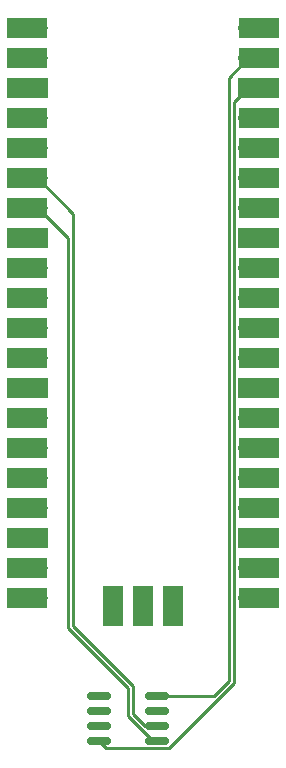
<source format=gbr>
%TF.GenerationSoftware,KiCad,Pcbnew,7.0.9*%
%TF.CreationDate,2023-12-23T19:40:19-06:00*%
%TF.ProjectId,picow_eeprom,7069636f-775f-4656-9570-726f6d2e6b69,rev?*%
%TF.SameCoordinates,Original*%
%TF.FileFunction,Copper,L1,Top*%
%TF.FilePolarity,Positive*%
%FSLAX46Y46*%
G04 Gerber Fmt 4.6, Leading zero omitted, Abs format (unit mm)*
G04 Created by KiCad (PCBNEW 7.0.9) date 2023-12-23 19:40:19*
%MOMM*%
%LPD*%
G01*
G04 APERTURE LIST*
G04 Aperture macros list*
%AMRoundRect*
0 Rectangle with rounded corners*
0 $1 Rounding radius*
0 $2 $3 $4 $5 $6 $7 $8 $9 X,Y pos of 4 corners*
0 Add a 4 corners polygon primitive as box body*
4,1,4,$2,$3,$4,$5,$6,$7,$8,$9,$2,$3,0*
0 Add four circle primitives for the rounded corners*
1,1,$1+$1,$2,$3*
1,1,$1+$1,$4,$5*
1,1,$1+$1,$6,$7*
1,1,$1+$1,$8,$9*
0 Add four rect primitives between the rounded corners*
20,1,$1+$1,$2,$3,$4,$5,0*
20,1,$1+$1,$4,$5,$6,$7,0*
20,1,$1+$1,$6,$7,$8,$9,0*
20,1,$1+$1,$8,$9,$2,$3,0*%
G04 Aperture macros list end*
%TA.AperFunction,SMDPad,CuDef*%
%ADD10RoundRect,0.150000X-0.825000X-0.150000X0.825000X-0.150000X0.825000X0.150000X-0.825000X0.150000X0*%
%TD*%
%TA.AperFunction,SMDPad,CuDef*%
%ADD11R,1.700000X3.500000*%
%TD*%
%TA.AperFunction,ComponentPad*%
%ADD12O,1.700000X1.700000*%
%TD*%
%TA.AperFunction,ComponentPad*%
%ADD13R,1.700000X1.700000*%
%TD*%
%TA.AperFunction,SMDPad,CuDef*%
%ADD14R,3.500000X1.700000*%
%TD*%
%TA.AperFunction,Conductor*%
%ADD15C,0.250000*%
%TD*%
G04 APERTURE END LIST*
D10*
%TO.P,U2,1,A0*%
%TO.N,Earth*%
X39210000Y-77880000D03*
%TO.P,U2,2,A1*%
X39210000Y-79150000D03*
%TO.P,U2,3,A2*%
X39210000Y-80420000D03*
%TO.P,U2,4,VSS*%
%TO.N,Net-(U2-VSS)*%
X39210000Y-81690000D03*
%TO.P,U2,5,SDA*%
%TO.N,Net-(U1-GPIO5)*%
X44160000Y-81690000D03*
%TO.P,U2,6,SCL*%
%TO.N,Net-(U1-GPIO4)*%
X44160000Y-80420000D03*
%TO.P,U2,7,WP*%
%TO.N,unconnected-(U2-WP-Pad7)*%
X44160000Y-79150000D03*
%TO.P,U2,8,VDD*%
%TO.N,Net-(U1-VSYS)*%
X44160000Y-77880000D03*
%TD*%
D11*
%TO.P,U1,43,SWDIO*%
%TO.N,unconnected-(U1-SWDIO-Pad43)*%
X45495000Y-70295000D03*
D12*
X45495000Y-69395000D03*
D11*
%TO.P,U1,42,GND*%
%TO.N,unconnected-(U1-GND-Pad42)*%
X42955000Y-70295000D03*
D13*
X42955000Y-69395000D03*
D12*
%TO.P,U1,41,SWCLK*%
%TO.N,unconnected-(U1-SWCLK-Pad41)*%
X40415000Y-69395000D03*
D11*
X40415000Y-70295000D03*
D14*
%TO.P,U1,40,VBUS*%
%TO.N,unconnected-(U1-VBUS-Pad40)*%
X52745000Y-21365000D03*
D12*
X51845000Y-21365000D03*
%TO.P,U1,39,VSYS*%
%TO.N,Net-(U1-VSYS)*%
X51845000Y-23905000D03*
D14*
X52745000Y-23905000D03*
D13*
%TO.P,U1,38,GND*%
%TO.N,Net-(U2-VSS)*%
X51845000Y-26445000D03*
D14*
X52745000Y-26445000D03*
D12*
%TO.P,U1,37,3V3_EN*%
%TO.N,unconnected-(U1-3V3_EN-Pad37)*%
X51845000Y-28985000D03*
D14*
X52745000Y-28985000D03*
%TO.P,U1,36,3V3*%
%TO.N,unconnected-(U1-3V3-Pad36)*%
X52745000Y-31525000D03*
D12*
X51845000Y-31525000D03*
%TO.P,U1,35,ADC_VREF*%
%TO.N,unconnected-(U1-ADC_VREF-Pad35)*%
X51845000Y-34065000D03*
D14*
X52745000Y-34065000D03*
D12*
%TO.P,U1,34,GPIO28_ADC2*%
%TO.N,unconnected-(U1-GPIO28_ADC2-Pad34)*%
X51845000Y-36605000D03*
D14*
X52745000Y-36605000D03*
D13*
%TO.P,U1,33,AGND*%
%TO.N,unconnected-(U1-AGND-Pad33)*%
X51845000Y-39145000D03*
D14*
X52745000Y-39145000D03*
%TO.P,U1,32,GPIO27_ADC1*%
%TO.N,unconnected-(U1-GPIO27_ADC1-Pad32)*%
X52745000Y-41685000D03*
D12*
X51845000Y-41685000D03*
D14*
%TO.P,U1,31,GPIO26_ADC0*%
%TO.N,unconnected-(U1-GPIO26_ADC0-Pad31)*%
X52745000Y-44225000D03*
D12*
X51845000Y-44225000D03*
%TO.P,U1,30,RUN*%
%TO.N,unconnected-(U1-RUN-Pad30)*%
X51845000Y-46765000D03*
D14*
X52745000Y-46765000D03*
%TO.P,U1,29,GPIO22*%
%TO.N,unconnected-(U1-GPIO22-Pad29)*%
X52745000Y-49305000D03*
D12*
X51845000Y-49305000D03*
D14*
%TO.P,U1,28,GND*%
%TO.N,unconnected-(U1-GND-Pad28)*%
X52745000Y-51845000D03*
D13*
X51845000Y-51845000D03*
D14*
%TO.P,U1,27,GPIO21*%
%TO.N,unconnected-(U1-GPIO21-Pad27)*%
X52745000Y-54385000D03*
D12*
X51845000Y-54385000D03*
%TO.P,U1,26,GPIO20*%
%TO.N,unconnected-(U1-GPIO20-Pad26)*%
X51845000Y-56925000D03*
D14*
X52745000Y-56925000D03*
D12*
%TO.P,U1,25,GPIO19*%
%TO.N,unconnected-(U1-GPIO19-Pad25)*%
X51845000Y-59465000D03*
D14*
X52745000Y-59465000D03*
%TO.P,U1,24,GPIO18*%
%TO.N,unconnected-(U1-GPIO18-Pad24)*%
X52745000Y-62005000D03*
D12*
X51845000Y-62005000D03*
D13*
%TO.P,U1,23,GND*%
%TO.N,unconnected-(U1-GND-Pad23)*%
X51845000Y-64545000D03*
D14*
X52745000Y-64545000D03*
D12*
%TO.P,U1,22,GPIO17*%
%TO.N,unconnected-(U1-GPIO17-Pad22)*%
X51845000Y-67085000D03*
D14*
X52745000Y-67085000D03*
D12*
%TO.P,U1,21,GPIO16*%
%TO.N,unconnected-(U1-GPIO16-Pad21)*%
X51845000Y-69625000D03*
D14*
X52745000Y-69625000D03*
D12*
%TO.P,U1,20,GPIO15*%
%TO.N,unconnected-(U1-GPIO15-Pad20)*%
X34065000Y-69625000D03*
D14*
X33165000Y-69625000D03*
%TO.P,U1,19,GPIO14*%
%TO.N,unconnected-(U1-GPIO14-Pad19)*%
X33165000Y-67085000D03*
D12*
X34065000Y-67085000D03*
D13*
%TO.P,U1,18,GND*%
%TO.N,unconnected-(U1-GND-Pad18)*%
X34065000Y-64545000D03*
D14*
X33165000Y-64545000D03*
D12*
%TO.P,U1,17,GPIO13*%
%TO.N,unconnected-(U1-GPIO13-Pad17)*%
X34065000Y-62005000D03*
D14*
X33165000Y-62005000D03*
D12*
%TO.P,U1,16,GPIO12*%
%TO.N,unconnected-(U1-GPIO12-Pad16)*%
X34065000Y-59465000D03*
D14*
X33165000Y-59465000D03*
%TO.P,U1,15,GPIO11*%
%TO.N,unconnected-(U1-GPIO11-Pad15)*%
X33165000Y-56925000D03*
D12*
X34065000Y-56925000D03*
%TO.P,U1,14,GPIO10*%
%TO.N,unconnected-(U1-GPIO10-Pad14)*%
X34065000Y-54385000D03*
D14*
X33165000Y-54385000D03*
%TO.P,U1,13,GND*%
%TO.N,unconnected-(U1-GND-Pad13)*%
X33165000Y-51845000D03*
D13*
X34065000Y-51845000D03*
D14*
%TO.P,U1,12,GPIO9*%
%TO.N,unconnected-(U1-GPIO9-Pad12)*%
X33165000Y-49305000D03*
D12*
X34065000Y-49305000D03*
%TO.P,U1,11,GPIO8*%
%TO.N,unconnected-(U1-GPIO8-Pad11)*%
X34065000Y-46765000D03*
D14*
X33165000Y-46765000D03*
%TO.P,U1,10,GPIO7*%
%TO.N,unconnected-(U1-GPIO7-Pad10)*%
X33165000Y-44225000D03*
D12*
X34065000Y-44225000D03*
%TO.P,U1,9,GPIO6*%
%TO.N,unconnected-(U1-GPIO6-Pad9)*%
X34065000Y-41685000D03*
D14*
X33165000Y-41685000D03*
%TO.P,U1,8,GND*%
%TO.N,unconnected-(U1-GND-Pad8)*%
X33165000Y-39145000D03*
D13*
X34065000Y-39145000D03*
D12*
%TO.P,U1,7,GPIO5*%
%TO.N,Net-(U1-GPIO5)*%
X34065000Y-36605000D03*
D14*
X33165000Y-36605000D03*
%TO.P,U1,6,GPIO4*%
%TO.N,Net-(U1-GPIO4)*%
X33165000Y-34065000D03*
D12*
X34065000Y-34065000D03*
D14*
%TO.P,U1,5,GPIO3*%
%TO.N,unconnected-(U1-GPIO3-Pad5)*%
X33165000Y-31525000D03*
D12*
X34065000Y-31525000D03*
D14*
%TO.P,U1,4,GPIO2*%
%TO.N,unconnected-(U1-GPIO2-Pad4)*%
X33165000Y-28985000D03*
D12*
X34065000Y-28985000D03*
D13*
%TO.P,U1,3,GND*%
%TO.N,unconnected-(U1-GND-Pad3)*%
X34065000Y-26445000D03*
D14*
X33165000Y-26445000D03*
%TO.P,U1,2,GPIO1*%
%TO.N,unconnected-(U1-GPIO1-Pad2)*%
X33165000Y-23905000D03*
D12*
X34065000Y-23905000D03*
D14*
%TO.P,U1,1,GPIO0*%
%TO.N,unconnected-(U1-GPIO0-Pad1)*%
X33165000Y-21365000D03*
D12*
X34065000Y-21365000D03*
%TD*%
D15*
%TO.N,Net-(U1-GPIO4)*%
X37055000Y-37055000D02*
X34065000Y-34065000D01*
X37055000Y-71978604D02*
X37055000Y-37055000D01*
%TO.N,Net-(U1-VSYS)*%
X44160000Y-77880000D02*
X48984512Y-77880000D01*
X48984512Y-77880000D02*
X50220000Y-76644512D01*
X50220000Y-76644512D02*
X50220000Y-25530000D01*
X50220000Y-25530000D02*
X51845000Y-23905000D01*
%TO.N,Net-(U1-GPIO4)*%
X42135000Y-77058604D02*
X37055000Y-71978604D01*
X42135000Y-79409512D02*
X42135000Y-77058604D01*
X43145488Y-80420000D02*
X42135000Y-79409512D01*
X44160000Y-80420000D02*
X43145488Y-80420000D01*
%TO.N,Net-(U2-VSS)*%
X39210000Y-81690000D02*
X39835000Y-82315000D01*
X50670000Y-76830908D02*
X50670000Y-27620000D01*
X39835000Y-82315000D02*
X45185908Y-82315000D01*
X45185908Y-82315000D02*
X50670000Y-76830908D01*
X50670000Y-27620000D02*
X51845000Y-26445000D01*
%TO.N,Net-(U1-GPIO5)*%
X44160000Y-81690000D02*
X43779092Y-81690000D01*
X43779092Y-81690000D02*
X41685000Y-79595908D01*
X41685000Y-79595908D02*
X41685000Y-77245000D01*
X41685000Y-77245000D02*
X36605000Y-72165000D01*
X36605000Y-39145000D02*
X34065000Y-36605000D01*
X36605000Y-72165000D02*
X36605000Y-39145000D01*
%TD*%
M02*

</source>
